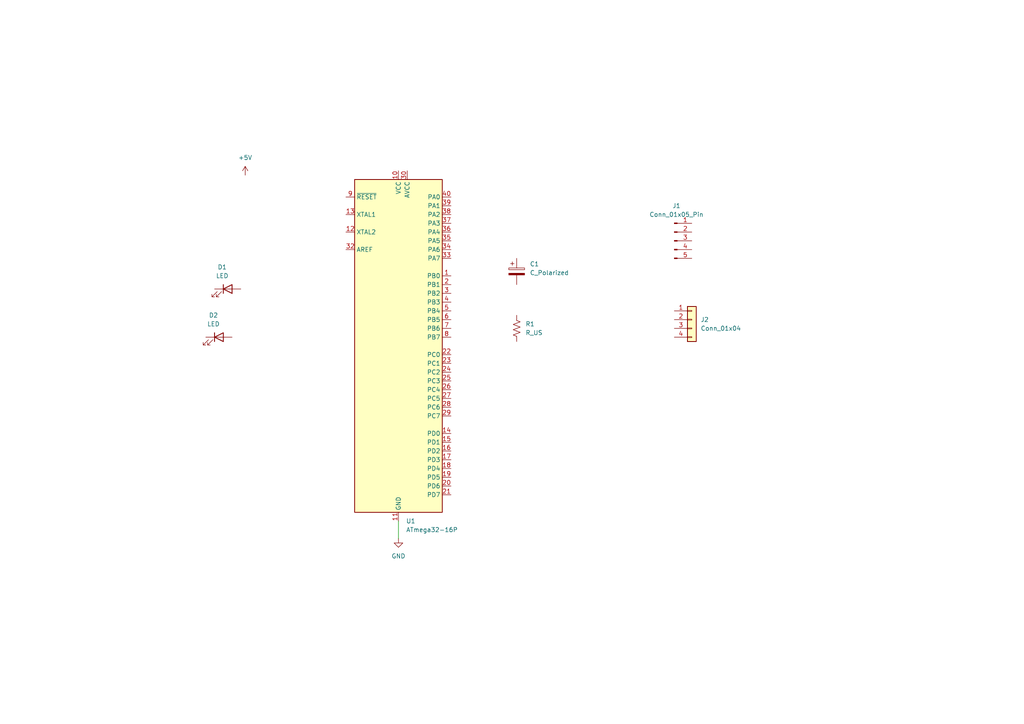
<source format=kicad_sch>
(kicad_sch (version 20230121) (generator eeschema)
  (paper "A4")
  (lib_symbols
    (symbol "Connector:Conn_01x05_Pin" (pin_names (offset 1.016) hide)
      (property "Reference" "J" (at 0 7.62 0))
      (property "Value" "Conn_01x05_Pin" (at 0 -7.62 0))
      (symbol "Conn_01x05_Pin_1_1"
        (polyline (pts (xy 1.27 -5.08) (xy 0.8636 -5.08)) (stroke (width 0.1524)))
        (polyline (pts (xy 1.27 -2.54) (xy 0.8636 -2.54)) (stroke (width 0.1524)))
        (polyline (pts (xy 1.27 0) (xy 0.8636 0)) (stroke (width 0.1524)))
        (polyline (pts (xy 1.27 2.54) (xy 0.8636 2.54)) (stroke (width 0.1524)))
        (polyline (pts (xy 1.27 5.08) (xy 0.8636 5.08)) (stroke (width 0.1524)))
        (rectangle (start 0.8636 -4.953) (end 0 -5.207) (stroke (width 0.1524)) (fill (type outline)))
        (rectangle (start 0.8636 -2.413) (end 0 -2.667) (stroke (width 0.1524)) (fill (type outline)))
        (rectangle (start 0.8636 0.127) (end 0 -0.127) (stroke (width 0.1524)) (fill (type outline)))
        (rectangle (start 0.8636 2.667) (end 0 2.413) (stroke (width 0.1524)) (fill (type outline)))
        (rectangle (start 0.8636 5.207) (end 0 4.953) (stroke (width 0.1524)) (fill (type outline)))
        (pin passive line (at 5.08 5.08 180) (length 3.81) (name "Pin_1") (number "1"))
        (pin passive line (at 5.08 2.54 180) (length 3.81) (name "Pin_2") (number "2"))
        (pin passive line (at 5.08 0 180) (length 3.81) (name "Pin_3") (number "3"))
        (pin passive line (at 5.08 -2.54 180) (length 3.81) (name "Pin_4") (number "4"))
        (pin passive line (at 5.08 -5.08 180) (length 3.81) (name "Pin_5") (number "5"))
      )
    )
    (symbol "Connector_Generic:Conn_01x04" (pin_names (offset 1.016) hide)
      (property "Reference" "J" (at 0 5.08 0))
      (property "Value" "Conn_01x04" (at 0 -7.62 0))
      (symbol "Conn_01x04_1_1"
        (rectangle (start -1.27 -4.953) (end 0 -5.207) (stroke (width 0.1524)))
        (rectangle (start -1.27 -2.413) (end 0 -2.667) (stroke (width 0.1524)))
        (rectangle (start -1.27 0.127) (end 0 -0.127) (stroke (width 0.1524)))
        (rectangle (start -1.27 2.667) (end 0 2.413) (stroke (width 0.1524)))
        (rectangle (start -1.27 3.81) (end 1.27 -6.35) (stroke (width 0.254)) (fill (type background)))
        (pin passive line (at -5.08 2.54 0) (length 3.81) (name "Pin_1") (number "1"))
        (pin passive line (at -5.08 0 0) (length 3.81) (name "Pin_2") (number "2"))
        (pin passive line (at -5.08 -2.54 0) (length 3.81) (name "Pin_3") (number "3"))
        (pin passive line (at -5.08 -5.08 0) (length 3.81) (name "Pin_4") (number "4"))
      )
    )
    (symbol "Device:C_Polarized" (pin_numbers hide) (pin_names (offset 0.254))
      (property "Reference" "C" (at 0.635 2.54 0))
      (property "Value" "C_Polarized" (at 0.635 -2.54 0))
      (symbol "C_Polarized_0_1"
        (rectangle (start -2.286 0.508) (end 2.286 1.016))
        (polyline (pts (xy -1.778 2.286) (xy -0.762 2.286)))
        (polyline (pts (xy -1.27 2.794) (xy -1.27 1.778)))
        (rectangle (start 2.286 -0.508) (end -2.286 -1.016) (fill (type outline)))
      )
      (symbol "C_Polarized_1_1"
        (pin passive line (at 0 3.81 270) (length 2.794) (name "~") (number "1"))
        (pin passive line (at 0 -3.81 90) (length 2.794) (name "~") (number "2"))
      )
    )
    (symbol "Device:LED" (pin_numbers hide) (pin_names (offset 1.016) hide)
      (property "Reference" "D" (at 0 2.54 0))
      (property "Value" "LED" (at 0 -2.54 0))
      (symbol "LED_0_1"
        (polyline (pts (xy -1.27 -1.27) (xy -1.27 1.27)) (stroke (width 0.254)))
        (polyline (pts (xy -1.27 0) (xy 1.27 0)))
        (polyline (pts (xy 1.27 -1.27) (xy 1.27 1.27) (xy -1.27 0) (xy 1.27 -1.27)) (stroke (width 0.254)))
        (polyline (pts (xy -3.048 -0.762) (xy -4.572 -2.286) (xy -3.81 -2.286) (xy -4.572 -2.286) (xy -4.572 -1.524)))
        (polyline (pts (xy -1.778 -0.762) (xy -3.302 -2.286) (xy -2.54 -2.286) (xy -3.302 -2.286) (xy -3.302 -1.524)))
      )
      (symbol "LED_1_1"
        (pin passive line (at -3.81 0 0) (length 2.54) (name "K") (number "1"))
        (pin passive line (at 3.81 0 180) (length 2.54) (name "A") (number "2"))
      )
    )
    (symbol "Device:R_US" (pin_numbers hide) (pin_names (offset 0))
      (property "Reference" "R" (at 2.54 0 90))
      (property "Value" "R_US" (at -2.54 0 90))
      (symbol "R_US_0_1"
        (polyline (pts (xy 0 -2.286) (xy 0 -2.54)))
        (polyline (pts (xy 0 2.286) (xy 0 2.54)))
        (polyline (pts (xy 0 -0.762) (xy 1.016 -1.143) (xy 0 -1.524) (xy -1.016 -1.905) (xy 0 -2.286)))
        (polyline (pts (xy 0 0.762) (xy 1.016 0.381) (xy 0 0) (xy -1.016 -0.381) (xy 0 -0.762)))
        (polyline (pts (xy 0 2.286) (xy 1.016 1.905) (xy 0 1.524) (xy -1.016 1.143) (xy 0 0.762)))
      )
      (symbol "R_US_1_1"
        (pin passive line (at 0 3.81 270) (length 1.27) (name "~") (number "1"))
        (pin passive line (at 0 -3.81 90) (length 1.27) (name "~") (number "2"))
      )
    )
    (symbol "MCU_Microchip_ATmega:ATmega32-16P"
      (property "Reference" "U" (at -12.7 49.53 0))
      (property "Value" "ATmega32-16P" (at 2.54 -49.53 0))
      (symbol "ATmega32-16P_0_1"
        (rectangle (start -12.7 -48.26) (end 12.7 48.26) (stroke (width 0.254)) (fill (type background)))
      )
      (symbol "ATmega32-16P_1_1"
        (pin bidirectional line (at 15.24 20.32 180) (length 2.54) (name "PB0") (number "1"))
        (pin power_in line (at 0 50.8 270) (length 2.54) (name "VCC") (number "10"))
        (pin power_in line (at 0 -50.8 90) (length 2.54) (name "GND") (number "11"))
        (pin output line (at -15.24 33.02 0) (length 2.54) (name "XTAL2") (number "12"))
        (pin input line (at -15.24 38.1 0) (length 2.54) (name "XTAL1") (number "13"))
        (pin bidirectional line (at 15.24 -25.4 180) (length 2.54) (name "PD0") (number "14"))
        (pin bidirectional line (at 15.24 -27.94 180) (length 2.54) (name "PD1") (number "15"))
        (pin bidirectional line (at 15.24 -30.48 180) (length 2.54) (name "PD2") (number "16"))
        (pin bidirectional line (at 15.24 -33.02 180) (length 2.54) (name "PD3") (number "17"))
        (pin bidirectional line (at 15.24 -35.56 180) (length 2.54) (name "PD4") (number "18"))
        (pin bidirectional line (at 15.24 -38.1 180) (length 2.54) (name "PD5") (number "19"))
        (pin bidirectional line (at 15.24 17.78 180) (length 2.54) (name "PB1") (number "2"))
        (pin bidirectional line (at 15.24 -40.64 180) (length 2.54) (name "PD6") (number "20"))
        (pin bidirectional line (at 15.24 -43.18 180) (length 2.54) (name "PD7") (number "21"))
        (pin bidirectional line (at 15.24 -2.54 180) (length 2.54) (name "PC0") (number "22"))
        (pin bidirectional line (at 15.24 -5.08 180) (length 2.54) (name "PC1") (number "23"))
        (pin bidirectional line (at 15.24 -7.62 180) (length 2.54) (name "PC2") (number "24"))
        (pin bidirectional line (at 15.24 -10.16 180) (length 2.54) (name "PC3") (number "25"))
        (pin bidirectional line (at 15.24 -12.7 180) (length 2.54) (name "PC4") (number "26"))
        (pin bidirectional line (at 15.24 -15.24 180) (length 2.54) (name "PC5") (number "27"))
        (pin bidirectional line (at 15.24 -17.78 180) (length 2.54) (name "PC6") (number "28"))
        (pin bidirectional line (at 15.24 -20.32 180) (length 2.54) (name "PC7") (number "29"))
        (pin bidirectional line (at 15.24 15.24 180) (length 2.54) (name "PB2") (number "3"))
        (pin power_in line (at 2.54 50.8 270) (length 2.54) (name "AVCC") (number "30"))
        (pin passive line (at 0 -50.8 90) (length 2.54) hide (name "GND") (number "31"))
        (pin passive line (at -15.24 27.94 0) (length 2.54) (name "AREF") (number "32"))
        (pin bidirectional line (at 15.24 25.4 180) (length 2.54) (name "PA7") (number "33"))
        (pin bidirectional line (at 15.24 27.94 180) (length 2.54) (name "PA6") (number "34"))
        (pin bidirectional line (at 15.24 30.48 180) (length 2.54) (name "PA5") (number "35"))
        (pin bidirectional line (at 15.24 33.02 180) (length 2.54) (name "PA4") (number "36"))
        (pin bidirectional line (at 15.24 35.56 180) (length 2.54) (name "PA3") (number "37"))
        (pin bidirectional line (at 15.24 38.1 180) (length 2.54) (name "PA2") (number "38"))
        (pin bidirectional line (at 15.24 40.64 180) (length 2.54) (name "PA1") (number "39"))
        (pin bidirectional line (at 15.24 12.7 180) (length 2.54) (name "PB3") (number "4"))
        (pin bidirectional line (at 15.24 43.18 180) (length 2.54) (name "PA0") (number "40"))
        (pin bidirectional line (at 15.24 10.16 180) (length 2.54) (name "PB4") (number "5"))
        (pin bidirectional line (at 15.24 7.62 180) (length 2.54) (name "PB5") (number "6"))
        (pin bidirectional line (at 15.24 5.08 180) (length 2.54) (name "PB6") (number "7"))
        (pin bidirectional line (at 15.24 2.54 180) (length 2.54) (name "PB7") (number "8"))
        (pin input line (at -15.24 43.18 0) (length 2.54) (name "~{RESET}") (number "9"))
      )
    )
    (symbol "power:+5V" (power) (pin_names (offset 0))
      (property "Value" "+5V" (at 0 3.556 0))
      (symbol "+5V_0_1"
        (polyline (pts (xy -0.762 1.27) (xy 0 2.54)))
        (polyline (pts (xy 0 0) (xy 0 2.54)))
        (polyline (pts (xy 0 2.54) (xy 0.762 1.27)))
      )
      (symbol "+5V_1_1"
        (pin power_in line (at 0 0 90) (length 0) hide (name "+5V") (number "1"))
      )
    )
    (symbol "power:GND" (power) (pin_names (offset 0))
      (property "Value" "GND" (at 0 -3.81 0))
      (symbol "GND_0_1"
        (polyline (pts (xy 0 0) (xy 0 -1.27) (xy 1.27 -1.27) (xy 0 -2.54) (xy -1.27 -1.27) (xy 0 -1.27)))
      )
      (symbol "GND_1_1"
        (pin power_in line (at 0 0 270) (length 0) hide (name "GND") (number "1"))
      )
    )
  )
  (wire (pts (xy 115.57 151.13) (xy 115.57 156.21)))
  (symbol (lib_id "Device:C_Polarized") (at 149.86 78.74 0) (unit 1)
    (property "Reference" "C1" (at 153.67 76.581 0) (effects (justify left)))
    (property "Value" "C_Polarized" (at 153.67 79.121 0) (effects (justify left)))
  )
  (symbol (lib_id "Device:LED") (at 63.5 97.79 0) (unit 1)
    (property "Reference" "D2" (at 61.9125 91.44 0))
    (property "Value" "LED" (at 61.9125 93.98 0))
  )
  (symbol (lib_id "Device:LED") (at 66.04 83.82 0) (unit 1)
    (property "Reference" "D1" (at 64.4525 77.47 0))
    (property "Value" "LED" (at 64.4525 80.01 0))
  )
  (symbol (lib_id "Connector_Generic:Conn_01x04") (at 200.66 92.71 0) (unit 1)
    (property "Reference" "J2" (at 203.2 92.71 0) (effects (justify left)))
    (property "Value" "Conn_01x04" (at 203.2 95.25 0) (effects (justify left)))
    (property "Footprint" "Connector_PinHeader_2.54mm:PinHeader_1x04_P2.54mm_Vertical" (effects hide))
  )
  (symbol (lib_id "power:+5V") (at 71.12 50.8 0) (unit 1)
    (property "Reference" "#PWR02" (effects hide))
    (property "Value" "+5V" (at 71.12 45.72 0))
  )
  (symbol (lib_id "Connector:Conn_01x05_Pin") (at 195.58 69.85 0) (unit 1)
    (property "Reference" "J1" (at 196.215 59.69 0))
    (property "Value" "Conn_01x05_Pin" (at 196.215 62.23 0))
    (property "Footprint" "Connector_PinSocket_2.54mm:PinSocket_1x05_P2.54mm_Vertical" (effects hide))
  )
  (symbol (lib_id "MCU_Microchip_ATmega:ATmega32-16P") (at 115.57 100.33 0) (unit 1)
    (property "Reference" "U1" (at 117.7641 151.13 0) (effects (justify left)))
    (property "Value" "ATmega32-16P" (at 117.7641 153.67 0) (effects (justify left)))
    (property "Footprint" "Package_DIP:DIP-40_W15.24mm" (effects hide))
    (property "Datasheet" "http://ww1.microchip.com/downloads/en/DeviceDoc/doc2503.pdf" (effects hide))
  )
  (symbol (lib_id "Device:R_US") (at 149.86 95.25 0) (unit 1)
    (property "Reference" "R1" (at 152.4 93.98 0) (effects (justify left)))
    (property "Value" "R_US" (at 152.4 96.52 0) (effects (justify left)))
  )
  (symbol (lib_id "power:GND") (at 115.57 156.21 0) (unit 1)
    (property "Reference" "#PWR01" (effects hide))
    (property "Value" "GND" (at 115.57 161.29 0))
  )
)
</source>
